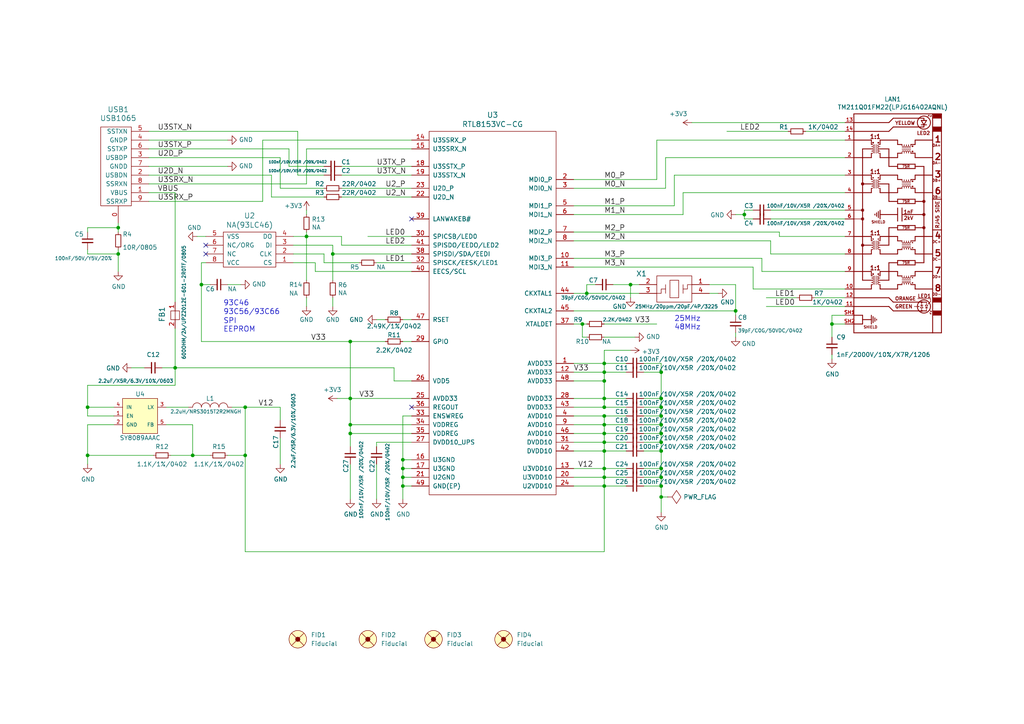
<source format=kicad_sch>
(kicad_sch (version 20250114) (generator "eeschema") (generator_version "9.0")
  (paper "A4")
  (title_block (title "USB-GIGABIT") (date "2024-07-08") (rev "E") (company "Olimex Ltd."))
  (lib_symbols
    (symbol "OLIMEX_Connectors:TM211Q01FM22" (pin_names (offset 1.016) (hide yes))
      (property "Reference" "LAN" (at -6.35 33.02 0))
      (property "Value" "TM211Q01FM22" (at 6.35 -34.29 0))
      (symbol "TM211Q01FM22_1_0"
        (text "1" (at -11.684 23.114 0) (effects (font (size 1.778 1.778) (bold yes))))
        (text "2" (at -11.684 18.034 0) (effects (font (size 1.778 1.778) (bold yes))))
        (text "3" (at -11.684 12.954 0) (effects (font (size 1.778 1.778) (bold yes))))
        (text "6" (at -11.684 8.128 0) (effects (font (size 1.778 1.778) (bold yes))))
        (text "4" (at -11.684 -4.826 0) (effects (font (size 1.778 1.778) (bold yes))))
        (text "5" (at -11.684 -9.906 0) (effects (font (size 1.778 1.778) (bold yes))))
        (text "7" (at -11.684 -14.986 0) (effects (font (size 1.778 1.778) (bold yes))))
        (text "8" (at -11.684 -20.066 0) (effects (font (size 1.778 1.778) (bold yes))))
        (text "RJ45 SIDE" (at -11.557 1.27 900) (effects (font (size 1.016 1.016) (bold yes))))
        (text "DA+" (at -11.303 21.336 0) (effects (font (size 0.762 0.762) (bold yes))))
        (text "DA-" (at -11.303 16.256 0) (effects (font (size 0.762 0.762) (bold yes))))
        (text "DB+" (at -11.303 11.176 0) (effects (font (size 0.762 0.762) (bold yes))))
        (text "DB-" (at -11.303 6.35 0) (effects (font (size 0.762 0.762) (bold yes))))
        (text "DC+" (at -11.303 -6.604 0) (effects (font (size 0.762 0.762) (bold yes))))
        (text "DC-" (at -11.303 -11.684 0) (effects (font (size 0.762 0.762) (bold yes))))
        (text "DD+" (at -11.303 -16.764 0) (effects (font (size 0.762 0.762) (bold yes))))
        (text "DD-" (at -11.303 -21.844 0) (effects (font (size 0.762 0.762) (bold yes))))
        (text "LED1" (at -7.747 -22.352 0) (effects (font (size 1.016 1.016) (bold yes))))
        (text "LED2" (at -7.493 24.892 0) (effects (font (size 1.016 1.016) (bold yes))))
        (text "1nF" (at -3.175 2.032 0) (effects (font (size 1.016 1.016) (bold yes))))
        (text "2kV" (at -3.175 0.254 0) (effects (font (size 1.016 1.016) (bold yes))))
        (text "75R" (at -2.413 15.24 0) (effects (font (size 0.762 0.762) (bold yes))))
        (text "75R" (at -2.413 5.08 0) (effects (font (size 0.762 0.762) (bold yes))))
        (text "75R" (at -2.413 -2.54 0) (effects (font (size 0.762 0.762) (bold yes))))
        (text "75R" (at -2.413 -12.7 0) (effects (font (size 0.762 0.762) (bold yes))))
        (text "ORANGE" (at -2.286 -23.114 0) (effects (font (size 1.016 1.016) (bold yes))))
        (text "YELLOW" (at -2.159 27.813 0) (effects (font (size 1.016 1.016) (bold yes))))
        (text "GREEN" (at -1.778 -25.4 0) (effects (font (size 1.016 1.016) (bold yes))))
        (text "SHIELD" (at 5.588 -0.889 0) (effects (font (size 0.762 0.762) (bold yes))))
        (text "1:1" (at 6.477 23.876 0) (effects (font (size 1.27 1.27) (bold yes))))
        (text "1:1" (at 6.477 13.716 0) (effects (font (size 1.27 1.27) (bold yes))))
        (text "1:1" (at 6.477 -4.064 0) (effects (font (size 1.27 1.27) (bold yes))))
        (text "1:1" (at 6.477 -14.224 0) (effects (font (size 1.27 1.27) (bold yes))))
        (text "SHIELD" (at 7.874 -31.369 0) (effects (font (size 0.762 0.762) (bold yes))))
      )
      (symbol "TM211Q01FM22_1_1"
        (pin input line (at 15.24 27.94 180) (length 2.54) (name "13") (number "13"))
        (pin input line (at 15.24 25.4 180) (length 2.54) (name "14") (number "14"))
        (pin input line (at 15.24 22.86 180) (length 2.54) (name "P1") (number "1"))
        (pin input line (at 15.24 17.78 180) (length 2.54) (name "P2") (number "2"))
        (pin input line (at 15.24 12.7 180) (length 2.54) (name "P3") (number "3"))
        (pin input line (at 15.24 7.62 180) (length 2.54) (name "P4") (number "4"))
        (pin input line (at 15.24 2.54 180) (length 2.54) (name "P5") (number "5"))
        (pin input line (at 15.24 0 180) (length 2.54) (name "P6") (number "6"))
        (pin input line (at 15.24 -5.08 180) (length 2.54) (name "P7") (number "7"))
        (pin input line (at 15.24 -10.16 180) (length 2.54) (name "P8") (number "8"))
        (pin input line (at 15.24 -15.24 180) (length 2.54) (name "P9") (number "9"))
        (pin input line (at 15.24 -20.32 180) (length 2.54) (name "P10") (number "10"))
        (pin input line (at 15.24 -22.86 180) (length 2.54) (name "12") (number "12"))
        (pin input line (at 15.24 -25.4 180) (length 2.54) (name "11") (number "11"))
        (pin input line (at 15.24 -27.94 180) (length 2.54) (name "SH1") (number "SH1"))
        (pin input line (at 15.24 -30.48 180) (length 2.54) (name "SH2") (number "SH2"))
      )
    )
    (symbol "OLIMEX_IC:RTL8153VCCG" (pin_names (offset 1.016))
      (property "Reference" "U" (at -2.54 58.42 0))
      (property "Value" "RTL8153VCCG" (at 0 -55.88 0))
      (symbol "RTL8153VCCG_1_1"
        (pin input line (at -24.13 50.8 0) (length 5.08) (name "U3SSRX_P") (number "14"))
        (pin input line (at -24.13 48.26 0) (length 5.08) (name "U3SSRX_N") (number "15"))
        (pin output line (at -24.13 43.18 0) (length 5.08) (name "U3SSTX_P") (number "18"))
        (pin output line (at -24.13 40.64 0) (length 5.08) (name "U3SSTX_N") (number "19"))
        (pin bidirectional line (at -24.13 36.83 0) (length 5.08) (name "U2D_P") (number "23"))
        (pin bidirectional line (at -24.13 34.29 0) (length 5.08) (name "U2D_N") (number "22"))
        (pin output line (at -24.13 27.94 0) (length 5.08) (name "LANWAKEB#") (number "39"))
        (pin output line (at -24.13 22.86 0) (length 5.08) (name "SPICSB/LED0") (number "30"))
        (pin input line (at -24.13 20.32 0) (length 5.08) (name "SPISDO/EEDO/LED2") (number "41"))
        (pin output line (at -24.13 17.78 0) (length 5.08) (name "SPISDI/SDA/EEDI") (number "38"))
        (pin output line (at -24.13 15.24 0) (length 5.08) (name "SPISCK/EESK/LED1") (number "32"))
        (pin output line (at -24.13 12.7 0) (length 5.08) (name "EECS/SCL") (number "40"))
        (pin passive line (at -24.13 -1.27 0) (length 5.08) (name "RSET") (number "47"))
        (pin bidirectional line (at -24.13 -7.62 0) (length 5.08) (name "GPIO") (number "29"))
        (pin power_in line (at -24.13 -19.05 0) (length 5.08) (name "VDD5") (number "26"))
        (pin power_out line (at -24.13 -24.13 0) (length 5.08) (name "AVDD33") (number "25"))
        (pin power_out line (at -24.13 -26.67 0) (length 5.08) (name "REGOUT") (number "36"))
        (pin input line (at -24.13 -29.21 0) (length 5.08) (name "ENSWREG") (number "33"))
        (pin power_in line (at -24.13 -31.75 0) (length 5.08) (name "VDDREG") (number "34"))
        (pin power_in line (at -24.13 -34.29 0) (length 5.08) (name "VDDREG") (number "35"))
        (pin power_out line (at -24.13 -36.83 0) (length 5.08) (name "DVDD10_UPS") (number "27"))
        (pin power_in line (at -24.13 -41.91 0) (length 5.08) (name "U3GND") (number "16"))
        (pin power_in line (at -24.13 -44.45 0) (length 5.08) (name "U3GND") (number "17"))
        (pin power_in line (at -24.13 -46.99 0) (length 5.08) (name "U2GND") (number "21"))
        (pin power_in line (at -24.13 -49.53 0) (length 5.08) (name "GND(EP)") (number "49"))
        (pin bidirectional line (at 22.86 39.37 180) (length 5.08) (name "MDI0_P") (number "2"))
        (pin bidirectional line (at 22.86 36.83 180) (length 5.08) (name "MDI0_N") (number "3"))
        (pin bidirectional line (at 22.86 31.75 180) (length 5.08) (name "MDI1_P") (number "5"))
        (pin bidirectional line (at 22.86 29.21 180) (length 5.08) (name "MDI1_N") (number "6"))
        (pin bidirectional line (at 22.86 24.13 180) (length 5.08) (name "MDI2_P") (number "7"))
        (pin bidirectional line (at 22.86 21.59 180) (length 5.08) (name "MDI2_N") (number "8"))
        (pin bidirectional line (at 22.86 16.51 180) (length 5.08) (name "MDI3_P") (number "10"))
        (pin bidirectional line (at 22.86 13.97 180) (length 5.08) (name "MDI3_N") (number "11"))
        (pin input line (at 22.86 6.35 180) (length 5.08) (name "CKXTAL1") (number "44"))
        (pin bidirectional line (at 22.86 1.27 180) (length 5.08) (name "CKXTAL2") (number "45"))
        (pin input line (at 22.86 -2.54 180) (length 5.08) (name "XTALDET") (number "37"))
        (pin power_in line (at 22.86 -13.97 180) (length 5.08) (name "AVDD33") (number "1"))
        (pin power_in line (at 22.86 -16.51 180) (length 5.08) (name "AVDD33") (number "12"))
        (pin power_in line (at 22.86 -19.05 180) (length 5.08) (name "AVDD33") (number "48"))
        (pin power_in line (at 22.86 -24.13 180) (length 5.08) (name "DVDD33") (number "28"))
        (pin power_in line (at 22.86 -26.67 180) (length 5.08) (name "DVDD33") (number "43"))
        (pin power_in line (at 22.86 -29.21 180) (length 5.08) (name "AVDD10") (number "4"))
        (pin power_in line (at 22.86 -31.75 180) (length 5.08) (name "AVDD10") (number "9"))
        (pin power_in line (at 22.86 -34.29 180) (length 5.08) (name "AVDD10") (number "46"))
        (pin power_in line (at 22.86 -36.83 180) (length 5.08) (name "DVDD10") (number "31"))
        (pin power_in line (at 22.86 -39.37 180) (length 5.08) (name "DVDD10") (number "42"))
        (pin power_in line (at 22.86 -44.45 180) (length 5.08) (name "U3VDD10") (number "13"))
        (pin power_in line (at 22.86 -46.99 180) (length 5.08) (name "U3VDD10") (number "20"))
        (pin power_in line (at 22.86 -49.53 180) (length 5.08) (name "U2VDD10") (number "24"))
      )
    )
    (symbol "OLIMEX_OTHER:Fiducial" (pin_numbers (hide yes)) (pin_names (offset 0) (hide yes))
      (property "Reference" "FID" (at -1.905 3.175 0))
      (property "Value" "Fiducial" (at -3.81 -4.445 0))
      (symbol "Fiducial_1_1"
        (pin no_connect line (at 0 0 90) (length 0) (name "FID*") (number "Fid1"))
      )
    )
    (symbol "OLIMEX_Power:GND" (power) (pin_names (offset 0))
      (property "Value" "GND" (at 0 -3.81 0))
      (symbol "GND_1_1"
        (pin power_in line (at 0 0 270) (length 0) (hide yes) (name "GND") (number "1"))
      )
    )
    (symbol "OLIMEX_Power:PWR_FLAG" (power) (pin_numbers (hide yes)) (pin_names (offset 0) (hide yes))
      (property "Value" "PWR_FLAG" (at 0 4.572 0))
      (symbol "PWR_FLAG_0_0"
        (pin power_out line (at 0 0 90) (length 0) (name "pwr") (number "1"))
      )
    )
    (symbol "OLIMEX_RCL:C_Small" (pin_numbers (hide yes)) (pin_names (offset 0.254) (hide yes))
      (property "Reference" "C" (at 0.254 1.778 0))
      (property "Value" "C_Small" (at 0.254 -2.032 0))
      (symbol "C_Small_1_1"
        (pin passive line (at 0 2.54 270) (length 1.905) (name "~") (number "1"))
        (pin passive line (at 0 -2.54 90) (length 2.032) (name "~") (number "2"))
      )
    )
    (symbol "OLIMEX_RCL:INDUCTOR_SMALL" (pin_numbers (hide yes)) (pin_names (offset 0) (hide yes))
      (property "Reference" "L" (at 0 2.54 0))
      (property "Value" "INDUCTOR_SMALL" (at 0 -1.27 0))
      (symbol "INDUCTOR_SMALL_1_1"
        (pin input line (at -6.35 0 0) (length 1.27) (name "1") (number "1"))
        (pin input line (at 6.35 0 180) (length 1.27) (name "2") (number "2"))
      )
    )
    (symbol "OLIMEX_RCL:R_Small" (pin_numbers (hide yes)) (pin_names (offset 0.254) (hide yes))
      (property "Reference" "R" (at 0.762 0.508 0))
      (property "Value" "R_Small" (at 0.762 -1.016 0))
      (symbol "R_Small_1_1"
        (pin passive line (at 0 2.54 270) (length 0.762) (name "~") (number "1"))
        (pin passive line (at 0 -2.54 90) (length 0.762) (name "~") (number "2"))
      )
    )
    (symbol "USB-GIGABIT_Rev_D-rescue:+3.3V-OLIMEX_Power" (power) (pin_names (offset 0))
      (property "Value" "+3.3V-OLIMEX_Power" (at 0 3.556 0))
      (symbol "+3.3V-OLIMEX_Power_1_1"
        (pin power_in line (at 0 0 90) (length 0) (hide yes) (name "+3V3") (number "1"))
      )
    )
    (symbol "USB-GIGABIT_Rev_D-rescue:93LC46-lz1ddd" (pin_names (offset 1.016))
      (property "Reference" "U" (at -1.27 6.35 0))
      (property "Value" "lz1ddd_93LC46" (at -1.27 -6.35 0))
      (symbol "93LC46-lz1ddd_1_1"
        (pin input line (at -12.7 3.81 0) (length 5.08) (name "CS") (number "1"))
        (pin input line (at -12.7 1.27 0) (length 5.08) (name "CLK") (number "2"))
        (pin input line (at -12.7 -1.27 0) (length 5.08) (name "DI") (number "3"))
        (pin output line (at -12.7 -3.81 0) (length 5.08) (name "DO") (number "4"))
        (pin power_in line (at 12.7 3.81 180) (length 5.08) (name "VCC") (number "8"))
        (pin input line (at 12.7 1.27 180) (length 5.08) (name "NC") (number "7"))
        (pin input line (at 12.7 -1.27 180) (length 5.08) (name "NC/ORG") (number "6"))
        (pin power_in line (at 12.7 -3.81 180) (length 5.08) (name "VSS") (number "5"))
      )
    )
    (symbol "USB-GIGABIT_Rev_D-rescue:CRYSTAL_4P-lz1ddd" (pin_names (offset 1.016))
      (property "Reference" "X" (at 0 6.35 0))
      (property "Value" "lz1ddd_CRYSTAL_4P" (at 0 -5.08 0))
      (symbol "CRYSTAL_4P-lz1ddd_1_1"
        (pin passive line (at -10.16 1.27 0) (length 5.08) (name "~") (number "4"))
        (pin input line (at -10.16 -1.27 0) (length 5.08) (name "~") (number "1"))
        (pin bidirectional line (at 10.16 1.27 180) (length 5.08) (name "~") (number "3"))
        (pin passive line (at 10.16 -1.27 180) (length 5.08) (name "~") (number "2"))
      )
    )
    (symbol "USB-GIGABIT_Rev_D-rescue:FB0805-lz1ddd" (pin_names (offset 1.016))
      (property "Reference" "FB" (at 0 2.54 0))
      (property "Value" "lz1ddd_FB0805" (at 0 -2.54 0))
      (symbol "FB0805-lz1ddd_1_1"
        (pin power_in line (at -3.81 0 0) (length 2.54) (name "~") (number "1"))
        (pin power_out line (at 3.81 0 180) (length 2.54) (name "~") (number "2"))
      )
    )
    (symbol "USB-GIGABIT_Rev_D-rescue:SY8009AAAC(SOT23-5)-OLIMEX_IC" (pin_names (offset 1.016))
      (property "Reference" "U" (at -3.81 6.35 0))
      (property "Value" "OLIMEX_IC_SY8009AAAC(SOT23-5)" (at -10.16 -7.62 0))
      (symbol "SY8009AAAC(SOT23-5)-OLIMEX_IC_1_1"
        (pin input line (at -7.62 2.54 0) (length 2.54) (name "IN") (number "4"))
        (pin input line (at -7.62 0 0) (length 2.54) (name "EN") (number "1"))
        (pin power_in line (at -7.62 -2.54 0) (length 2.54) (name "GND") (number "2"))
        (pin output line (at 7.62 2.54 180) (length 2.54) (name "LX") (number "3"))
        (pin input line (at 7.62 -2.54 180) (length 2.54) (name "FB") (number "5"))
      )
    )
    (symbol "USB-GIGABIT_Rev_D-rescue:USBA30MALE-OLIMEX_Connectors" (pin_names (offset 1.016))
      (property "Reference" "U" (at -1.27 17.78 0))
      (property "Value" "OLIMEX_Connectors_USBA30MALE" (at 0 15.24 0))
      (symbol "USBA30MALE-OLIMEX_Connectors_1_1"
        (pin bidirectional line (at 0 -13.97 90) (length 5.08) (name "~") (number "0"))
        (pin bidirectional line (at 8.89 12.7 180) (length 5.08) (name "SSTXN") (number "5"))
        (pin power_in line (at 8.89 10.16 180) (length 5.08) (name "GNDP") (number "4"))
        (pin bidirectional line (at 8.89 7.62 180) (length 5.08) (name "SSTXP") (number "6"))
        (pin bidirectional line (at 8.89 5.08 180) (length 5.08) (name "USBDP") (number "3"))
        (pin power_in line (at 8.89 2.54 180) (length 5.08) (name "GNDD") (number "7"))
        (pin bidirectional line (at 8.89 0 180) (length 5.08) (name "USBDN") (number "2"))
        (pin bidirectional line (at 8.89 -2.54 180) (length 5.08) (name "SSRXN") (number "8"))
        (pin power_out line (at 8.89 -5.08 180) (length 5.08) (name "VBUS") (number "1"))
        (pin bidirectional line (at 8.89 -7.62 180) (length 5.08) (name "SSRXP") (number "9"))
      )
    )
  )
  (text "93C56/93C66" (at 64.77 91.44 0) (effects (font (size 1.524 1.524)) (justify left bottom)))
  (text "25MHz\n48MHz" (at 195.58 95.885 0) (effects (font (size 1.524 1.524)) (justify left bottom)))
  (text "SPI\nEEPROM" (at 64.77 96.52 0) (effects (font (size 1.524 1.524)) (justify left bottom)))
  (text "93C46" (at 64.77 88.9 0) (effects (font (size 1.524 1.524)) (justify left bottom)))
  (junction (at 116.84 135.89))
  (junction (at 182.88 82.55))
  (junction (at 191.77 118.11))
  (junction (at 191.77 144.145))
  (junction (at 213.36 90.17))
  (junction (at 25.4 118.11))
  (junction (at 88.9 68.58))
  (junction (at 175.26 140.97))
  (junction (at 191.77 123.19))
  (junction (at 168.91 93.98))
  (junction (at 175.26 128.27))
  (junction (at 175.26 123.19))
  (junction (at 191.77 115.57))
  (junction (at 191.77 130.81))
  (junction (at 25.4 132.08))
  (junction (at 116.84 138.43))
  (junction (at 241.3 93.98))
  (junction (at 191.77 120.65))
  (junction (at 191.77 135.89))
  (junction (at 175.26 135.89))
  (junction (at 191.77 125.73))
  (junction (at 175.26 125.73))
  (junction (at 175.26 138.43))
  (junction (at 175.26 120.65))
  (junction (at 55.88 132.08))
  (junction (at 58.42 82.55))
  (junction (at 50.8 106.68))
  (junction (at 175.26 130.81))
  (junction (at 101.6 99.06))
  (junction (at 34.29 73.66))
  (junction (at 191.77 138.43))
  (junction (at 175.26 107.95))
  (junction (at 170.18 85.09))
  (junction (at 116.84 133.35))
  (junction (at 101.6 115.57))
  (junction (at 71.12 132.08))
  (junction (at 191.77 128.27))
  (junction (at 101.6 123.19))
  (junction (at 116.84 140.97))
  (junction (at 96.52 73.66))
  (junction (at 191.77 107.95))
  (junction (at 175.26 110.49))
  (junction (at 34.29 66.04))
  (junction (at 175.26 105.41))
  (junction (at 191.77 140.97))
  (junction (at 71.12 118.11))
  (junction (at 175.26 118.11))
  (junction (at 101.6 125.73))
  (junction (at 175.26 115.57))
  (junction (at 215.9 62.23))
  (no_connect (at 119.38 118.11))
  (no_connect (at 119.38 63.5))
  (no_connect (at 59.69 73.66))
  (no_connect (at 59.69 71.12))
  (wire (pts (xy 166.37 128.27) (xy 175.26 128.27)))
  (wire (pts (xy 215.9 60.96) (xy 218.44 60.96)))
  (wire (pts (xy 88.9 67.31) (xy 88.9 68.58)))
  (wire (pts (xy 191.77 144.145) (xy 193.675 144.145)))
  (wire (pts (xy 191.77 125.73) (xy 191.77 128.27)))
  (wire (pts (xy 109.22 134.62) (xy 109.22 144.78)))
  (wire (pts (xy 59.69 76.2) (xy 58.42 76.2)))
  (wire (pts (xy 34.29 73.66) (xy 34.29 72.39)))
  (wire (pts (xy 25.4 111.76) (xy 50.8 111.76)))
  (wire (pts (xy 186.69 105.41) (xy 191.77 105.41)))
  (wire (pts (xy 166.37 105.41) (xy 175.26 105.41)))
  (wire (pts (xy 88.9 62.23) (xy 88.9 60.96)))
  (wire (pts (xy 175.26 101.6) (xy 175.26 105.41)))
  (wire (pts (xy 166.37 107.95) (xy 175.26 107.95)))
  (wire (pts (xy 60.96 82.55) (xy 58.42 82.55)))
  (wire (pts (xy 245.11 73.66) (xy 223.52 73.66)))
  (wire (pts (xy 193.04 45.72) (xy 193.04 54.61)))
  (wire (pts (xy 245.11 55.88) (xy 198.12 55.88)))
  (wire (pts (xy 88.9 43.18) (xy 88.9 53.34)))
  (wire (pts (xy 198.12 62.23) (xy 166.37 62.23)))
  (wire (pts (xy 182.88 101.6) (xy 175.26 101.6)))
  (wire (pts (xy 101.6 115.57) (xy 119.38 115.57)))
  (wire (pts (xy 43.18 55.88) (xy 50.8 55.88)))
  (wire (pts (xy 191.77 120.65) (xy 191.77 123.19)))
  (wire (pts (xy 58.42 76.2) (xy 58.42 82.55)))
  (wire (pts (xy 175.26 130.81) (xy 181.61 130.81)))
  (wire (pts (xy 88.9 43.18) (xy 119.38 43.18)))
  (wire (pts (xy 175.26 140.97) (xy 181.61 140.97)))
  (wire (pts (xy 213.36 90.17) (xy 166.37 90.17)))
  (wire (pts (xy 175.26 93.98) (xy 190.5 93.98)))
  (wire (pts (xy 191.77 130.81) (xy 186.69 130.81)))
  (wire (pts (xy 166.37 85.09) (xy 170.18 85.09)))
  (wire (pts (xy 101.6 123.19) (xy 119.38 123.19)))
  (wire (pts (xy 166.37 52.07) (xy 190.5 52.07)))
  (wire (pts (xy 99.06 71.12) (xy 99.06 68.58)))
  (wire (pts (xy 119.38 57.15) (xy 99.06 57.15)))
  (wire (pts (xy 205.74 82.55) (xy 213.36 82.55)))
  (wire (pts (xy 55.88 132.08) (xy 49.53 132.08)))
  (wire (pts (xy 215.9 60.96) (xy 215.9 62.23)))
  (wire (pts (xy 168.91 97.79) (xy 168.91 93.98)))
  (wire (pts (xy 34.29 73.66) (xy 34.29 78.74)))
  (wire (pts (xy 34.29 66.04) (xy 34.29 67.31)))
  (wire (pts (xy 175.26 123.19) (xy 175.26 125.73)))
  (wire (pts (xy 50.8 106.68) (xy 114.3 106.68)))
  (wire (pts (xy 175.26 130.81) (xy 175.26 135.89)))
  (wire (pts (xy 166.37 140.97) (xy 175.26 140.97)))
  (wire (pts (xy 191.77 135.89) (xy 191.77 138.43)))
  (wire (pts (xy 71.12 118.11) (xy 81.28 118.11)))
  (wire (pts (xy 85.09 71.12) (xy 96.52 71.12)))
  (wire (pts (xy 218.44 77.47) (xy 166.37 77.47)))
  (wire (pts (xy 119.38 138.43) (xy 116.84 138.43)))
  (wire (pts (xy 166.37 115.57) (xy 175.26 115.57)))
  (wire (pts (xy 25.4 66.04) (xy 25.4 67.31)))
  (wire (pts (xy 109.22 129.54) (xy 109.22 128.27)))
  (wire (pts (xy 245.11 93.98) (xy 241.3 93.98)))
  (wire (pts (xy 166.37 130.81) (xy 175.26 130.81)))
  (wire (pts (xy 220.98 78.74) (xy 245.11 78.74)))
  (wire (pts (xy 175.26 115.57) (xy 175.26 118.11)))
  (wire (pts (xy 245.11 38.1) (xy 233.68 38.1)))
  (wire (pts (xy 116.84 120.65) (xy 116.84 133.35)))
  (wire (pts (xy 88.9 53.34) (xy 43.18 53.34)))
  (wire (pts (xy 119.38 68.58) (xy 106.68 68.58)))
  (wire (pts (xy 50.8 106.68) (xy 50.8 95.25)))
  (wire (pts (xy 191.77 107.95) (xy 191.77 115.57)))
  (wire (pts (xy 166.37 67.31) (xy 226.06 67.31)))
  (wire (pts (xy 166.37 135.89) (xy 175.26 135.89)))
  (wire (pts (xy 241.3 102.87) (xy 241.3 104.14)))
  (wire (pts (xy 116.84 133.35) (xy 119.38 133.35)))
  (wire (pts (xy 210.82 38.1) (xy 228.6 38.1)))
  (wire (pts (xy 191.77 140.97) (xy 191.77 144.145)))
  (wire (pts (xy 50.8 111.76) (xy 50.8 106.68)))
  (wire (pts (xy 43.18 45.72) (xy 81.28 45.72)))
  (wire (pts (xy 175.26 120.65) (xy 175.26 123.19)))
  (wire (pts (xy 96.52 73.66) (xy 96.52 81.28)))
  (wire (pts (xy 245.11 63.5) (xy 223.52 63.5)))
  (wire (pts (xy 170.18 82.55) (xy 170.18 85.09)))
  (wire (pts (xy 25.4 73.66) (xy 34.29 73.66)))
  (wire (pts (xy 245.11 88.9) (xy 222.25 88.9)))
  (wire (pts (xy 66.04 132.08) (xy 71.12 132.08)))
  (wire (pts (xy 76.2 58.42) (xy 43.18 58.42)))
  (wire (pts (xy 218.44 83.82) (xy 218.44 77.47)))
  (wire (pts (xy 241.3 93.98) (xy 241.3 97.79)))
  (wire (pts (xy 81.28 134.62) (xy 81.28 127)))
  (wire (pts (xy 86.36 38.1) (xy 43.18 38.1)))
  (wire (pts (xy 67.31 118.11) (xy 71.12 118.11)))
  (wire (pts (xy 166.37 125.73) (xy 175.26 125.73)))
  (wire (pts (xy 60.96 132.08) (xy 55.88 132.08)))
  (wire (pts (xy 195.58 50.8) (xy 245.11 50.8)))
  (wire (pts (xy 101.6 99.06) (xy 111.76 99.06)))
  (wire (pts (xy 186.69 138.43) (xy 191.77 138.43)))
  (wire (pts (xy 119.38 50.8) (xy 99.06 50.8)))
  (wire (pts (xy 191.77 128.27) (xy 186.69 128.27)))
  (wire (pts (xy 191.77 123.19) (xy 186.69 123.19)))
  (wire (pts (xy 220.98 74.93) (xy 220.98 78.74)))
  (wire (pts (xy 34.29 64.77) (xy 34.29 66.04)))
  (wire (pts (xy 34.29 66.04) (xy 25.4 66.04)))
  (wire (pts (xy 116.84 140.97) (xy 116.84 144.78)))
  (wire (pts (xy 101.6 115.57) (xy 101.6 123.19)))
  (wire (pts (xy 166.37 123.19) (xy 175.26 123.19)))
  (wire (pts (xy 168.91 93.98) (xy 170.18 93.98)))
  (wire (pts (xy 175.26 110.49) (xy 175.26 115.57)))
  (wire (pts (xy 96.52 88.9) (xy 96.52 86.36)))
  (wire (pts (xy 99.06 68.58) (xy 88.9 68.58)))
  (wire (pts (xy 99.06 54.61) (xy 119.38 54.61)))
  (wire (pts (xy 86.36 50.8) (xy 93.98 50.8)))
  (wire (pts (xy 116.84 133.35) (xy 116.84 135.89)))
  (wire (pts (xy 175.26 138.43) (xy 175.26 140.97)))
  (wire (pts (xy 215.9 62.23) (xy 215.9 63.5)))
  (wire (pts (xy 213.36 96.52) (xy 213.36 97.79)))
  (wire (pts (xy 58.42 99.06) (xy 101.6 99.06)))
  (wire (pts (xy 175.26 107.95) (xy 181.61 107.95)))
  (wire (pts (xy 175.26 107.95) (xy 175.26 110.49)))
  (wire (pts (xy 191.77 138.43) (xy 191.77 140.97)))
  (wire (pts (xy 177.8 82.55) (xy 182.88 82.55)))
  (wire (pts (xy 241.3 91.44) (xy 241.3 93.98)))
  (wire (pts (xy 191.77 125.73) (xy 186.69 125.73)))
  (wire (pts (xy 43.18 40.64) (xy 66.04 40.64)))
  (wire (pts (xy 175.26 123.19) (xy 181.61 123.19)))
  (wire (pts (xy 245.11 91.44) (xy 241.3 91.44)))
  (wire (pts (xy 213.36 90.17) (xy 213.36 91.44)))
  (wire (pts (xy 43.18 48.26) (xy 66.04 48.26)))
  (wire (pts (xy 182.88 82.55) (xy 182.88 86.36)))
  (wire (pts (xy 33.02 118.11) (xy 25.4 118.11)))
  (wire (pts (xy 83.82 48.26) (xy 93.98 48.26)))
  (wire (pts (xy 58.42 82.55) (xy 58.42 99.06)))
  (wire (pts (xy 198.12 55.88) (xy 198.12 62.23)))
  (wire (pts (xy 182.88 82.55) (xy 185.42 82.55)))
  (wire (pts (xy 25.4 118.11) (xy 25.4 111.76)))
  (wire (pts (xy 175.26 105.41) (xy 181.61 105.41)))
  (wire (pts (xy 93.98 76.2) (xy 93.98 73.66)))
  (wire (pts (xy 41.91 106.68) (xy 38.1 106.68)))
  (wire (pts (xy 66.04 82.55) (xy 69.85 82.55)))
  (wire (pts (xy 166.37 59.69) (xy 195.58 59.69)))
  (wire (pts (xy 213.36 82.55) (xy 213.36 90.17)))
  (wire (pts (xy 93.98 57.15) (xy 78.74 57.15)))
  (wire (pts (xy 166.37 120.65) (xy 175.26 120.65)))
  (wire (pts (xy 170.18 97.79) (xy 168.91 97.79)))
  (wire (pts (xy 33.02 123.19) (xy 25.4 123.19)))
  (wire (pts (xy 166.37 93.98) (xy 168.91 93.98)))
  (wire (pts (xy 226.06 67.31) (xy 226.06 68.58)))
  (wire (pts (xy 175.26 128.27) (xy 175.26 130.81)))
  (wire (pts (xy 48.26 123.19) (xy 55.88 123.19)))
  (wire (pts (xy 166.37 74.93) (xy 220.98 74.93)))
  (wire (pts (xy 175.26 138.43) (xy 181.61 138.43)))
  (wire (pts (xy 205.74 85.09) (xy 208.28 85.09)))
  (wire (pts (xy 119.38 125.73) (xy 101.6 125.73)))
  (wire (pts (xy 166.37 138.43) (xy 175.26 138.43)))
  (wire (pts (xy 119.38 135.89) (xy 116.84 135.89)))
  (wire (pts (xy 166.37 118.11) (xy 175.26 118.11)))
  (wire (pts (xy 46.99 106.68) (xy 50.8 106.68)))
  (wire (pts (xy 50.8 55.88) (xy 50.8 87.63)))
  (wire (pts (xy 191.77 118.11) (xy 191.77 120.65)))
  (wire (pts (xy 59.69 68.58) (xy 57.15 68.58)))
  (wire (pts (xy 88.9 88.9) (xy 88.9 86.36)))
  (wire (pts (xy 25.4 120.65) (xy 33.02 120.65)))
  (wire (pts (xy 191.77 144.145) (xy 191.77 148.59)))
  (wire (pts (xy 119.38 71.12) (xy 99.06 71.12)))
  (wire (pts (xy 175.26 135.89) (xy 181.61 135.89)))
  (wire (pts (xy 170.18 85.09) (xy 185.42 85.09)))
  (wire (pts (xy 114.3 110.49) (xy 119.38 110.49)))
  (wire (pts (xy 195.58 59.69) (xy 195.58 50.8)))
  (wire (pts (xy 223.52 73.66) (xy 223.52 69.85)))
  (wire (pts (xy 223.52 60.96) (xy 245.11 60.96)))
  (wire (pts (xy 245.11 83.82) (xy 218.44 83.82)))
  (wire (pts (xy 25.4 118.11) (xy 25.4 120.65)))
  (wire (pts (xy 71.12 132.08) (xy 71.12 118.11)))
  (wire (pts (xy 54.61 118.11) (xy 48.26 118.11)))
  (wire (pts (xy 245.11 45.72) (xy 193.04 45.72)))
  (wire (pts (xy 116.84 92.71) (xy 119.38 92.71)))
  (wire (pts (xy 175.26 128.27) (xy 181.61 128.27)))
  (wire (pts (xy 78.74 50.8) (xy 43.18 50.8)))
  (wire (pts (xy 93.98 73.66) (xy 85.09 73.66)))
  (wire (pts (xy 88.9 68.58) (xy 85.09 68.58)))
  (wire (pts (xy 111.76 92.71) (xy 109.22 92.71)))
  (wire (pts (xy 116.84 135.89) (xy 116.84 138.43)))
  (wire (pts (xy 119.38 120.65) (xy 116.84 120.65)))
  (wire (pts (xy 175.26 160.02) (xy 71.12 160.02)))
  (wire (pts (xy 88.9 68.58) (xy 88.9 81.28)))
  (wire (pts (xy 191.77 123.19) (xy 191.77 125.73)))
  (wire (pts (xy 175.26 125.73) (xy 181.61 125.73)))
  (wire (pts (xy 119.38 73.66) (xy 96.52 73.66)))
  (wire (pts (xy 191.77 140.97) (xy 186.69 140.97)))
  (wire (pts (xy 191.77 115.57) (xy 186.69 115.57)))
  (wire (pts (xy 43.18 43.18) (xy 83.82 43.18)))
  (wire (pts (xy 191.77 130.81) (xy 191.77 135.89)))
  (wire (pts (xy 91.44 76.2) (xy 85.09 76.2)))
  (wire (pts (xy 81.28 54.61) (xy 93.98 54.61)))
  (wire (pts (xy 25.4 132.08) (xy 44.45 132.08)))
  (wire (pts (xy 175.26 105.41) (xy 175.26 107.95)))
  (wire (pts (xy 191.77 105.41) (xy 191.77 107.95)))
  (wire (pts (xy 116.84 138.43) (xy 116.84 140.97)))
  (wire (pts (xy 99.06 48.26) (xy 119.38 48.26)))
  (wire (pts (xy 236.22 86.36) (xy 245.11 86.36)))
  (wire (pts (xy 175.26 120.65) (xy 181.61 120.65)))
  (wire (pts (xy 114.3 106.68) (xy 114.3 110.49)))
  (wire (pts (xy 93.98 76.2) (xy 104.14 76.2)))
  (wire (pts (xy 83.82 43.18) (xy 83.82 48.26)))
  (wire (pts (xy 215.9 62.23) (xy 213.36 62.23)))
  (wire (pts (xy 193.04 54.61) (xy 166.37 54.61)))
  (wire (pts (xy 175.26 140.97) (xy 175.26 160.02)))
  (wire (pts (xy 25.4 73.66) (xy 25.4 72.39)))
  (wire (pts (xy 175.26 135.89) (xy 175.26 138.43)))
  (wire (pts (xy 200.66 35.56) (xy 245.11 35.56)))
  (wire (pts (xy 191.77 115.57) (xy 191.77 118.11)))
  (wire (pts (xy 101.6 125.73) (xy 101.6 123.19)))
  (wire (pts (xy 101.6 125.73) (xy 101.6 129.54)))
  (wire (pts (xy 25.4 123.19) (xy 25.4 132.08)))
  (wire (pts (xy 175.26 125.73) (xy 175.26 128.27)))
  (wire (pts (xy 190.5 40.64) (xy 245.11 40.64)))
  (wire (pts (xy 186.69 107.95) (xy 191.77 107.95)))
  (wire (pts (xy 175.26 97.79) (xy 184.15 97.79)))
  (wire (pts (xy 191.77 128.27) (xy 191.77 130.81)))
  (wire (pts (xy 109.22 128.27) (xy 119.38 128.27)))
  (wire (pts (xy 91.44 78.74) (xy 91.44 76.2)))
  (wire (pts (xy 223.52 69.85) (xy 166.37 69.85)))
  (wire (pts (xy 109.22 76.2) (xy 119.38 76.2)))
  (wire (pts (xy 190.5 52.07) (xy 190.5 40.64)))
  (wire (pts (xy 172.72 82.55) (xy 170.18 82.55)))
  (wire (pts (xy 81.28 45.72) (xy 81.28 54.61)))
  (wire (pts (xy 222.25 86.36) (xy 231.14 86.36)))
  (wire (pts (xy 215.9 63.5) (xy 218.44 63.5)))
  (wire (pts (xy 116.84 99.06) (xy 119.38 99.06)))
  (wire (pts (xy 81.28 121.92) (xy 81.28 118.11)))
  (wire (pts (xy 78.74 57.15) (xy 78.74 50.8)))
  (wire (pts (xy 191.77 135.89) (xy 186.69 135.89)))
  (wire (pts (xy 191.77 118.11) (xy 186.69 118.11)))
  (wire (pts (xy 97.79 115.57) (xy 101.6 115.57)))
  (wire (pts (xy 175.26 118.11) (xy 181.61 118.11)))
  (wire (pts (xy 175.26 115.57) (xy 181.61 115.57)))
  (wire (pts (xy 166.37 110.49) (xy 175.26 110.49)))
  (wire (pts (xy 71.12 160.02) (xy 71.12 132.08)))
  (wire (pts (xy 55.88 123.19) (xy 55.88 132.08)))
  (wire (pts (xy 191.77 120.65) (xy 186.69 120.65)))
  (wire (pts (xy 96.52 71.12) (xy 96.52 73.66)))
  (wire (pts (xy 25.4 132.08) (xy 25.4 134.62)))
  (wire (pts (xy 101.6 134.62) (xy 101.6 144.78)))
  (wire (pts (xy 119.38 140.97) (xy 116.84 140.97)))
  (wire (pts (xy 76.2 40.64) (xy 76.2 58.42)))
  (wire (pts (xy 86.36 50.8) (xy 86.36 38.1)))
  (wire (pts (xy 101.6 99.06) (xy 101.6 115.57)))
  (wire (pts (xy 119.38 78.74) (xy 91.44 78.74)))
  (wire (pts (xy 226.06 68.58) (xy 245.11 68.58)))
  (wire (pts (xy 119.38 40.64) (xy 76.2 40.64)))
  (label "U2_P" (at 111.76 54.61 0) (effects (font (size 1.524 1.524))))
  (label "LED1" (at 224.79 86.36 0) (effects (font (size 1.524 1.524))))
  (label "U3TX_P" (at 109.22 48.26 0) (effects (font (size 1.524 1.524))))
  (label "LED2" (at 111.76 71.12 0) (effects (font (size 1.524 1.524))))
  (label "V12" (at 74.93 118.11 0) (effects (font (size 1.524 1.524))))
  (label "M0_N" (at 175.26 54.61 0) (effects (font (size 1.524 1.524))))
  (label "U3TX_N" (at 109.22 50.8 0) (effects (font (size 1.524 1.524))))
  (label "U3SRX_P" (at 45.72 58.42 0) (effects (font (size 1.524 1.524))))
  (label "LED0" (at 224.79 88.9 0) (effects (font (size 1.524 1.524))))
  (label "V33" (at 104.14 115.57 0) (effects (font (size 1.524 1.524))))
  (label "M2_N" (at 175.26 69.85 0) (effects (font (size 1.524 1.524))))
  (label "U3STX_N" (at 45.72 38.1 0) (effects (font (size 1.524 1.524))))
  (label "LED0" (at 111.76 68.58 0) (effects (font (size 1.524 1.524))))
  (label "V33" (at 166.37 107.95 0) (effects (font (size 1.524 1.524))))
  (label "V33" (at 184.15 93.98 0) (effects (font (size 1.524 1.524))))
  (label "M3_P" (at 175.26 74.93 0) (effects (font (size 1.524 1.524))))
  (label "V33" (at 90.17 99.06 0) (effects (font (size 1.524 1.524))))
  (label "U2_N" (at 111.76 57.15 0) (effects (font (size 1.524 1.524))))
  (label "U3SRX_N" (at 45.72 53.34 0) (effects (font (size 1.524 1.524))))
  (label "LED1" (at 111.76 76.2 0) (effects (font (size 1.524 1.524))))
  (label "U3STX_P" (at 45.72 43.18 0) (effects (font (size 1.524 1.524))))
  (label "M0_P" (at 175.26 52.07 0) (effects (font (size 1.524 1.524))))
  (label "M3_N" (at 175.26 77.47 0) (effects (font (size 1.524 1.524))))
  (label "U2D_N" (at 45.72 50.8 0) (effects (font (size 1.524 1.524))))
  (label "VBUS" (at 45.72 55.88 0) (effects (font (size 1.524 1.524))))
  (label "V12" (at 167.64 135.89 0) (effects (font (size 1.524 1.524))))
  (label "M1_P" (at 175.26 59.69 0) (effects (font (size 1.524 1.524))))
  (label "LED2" (at 214.63 38.1 0) (effects (font (size 1.524 1.524))))
  (label "M2_P" (at 175.26 67.31 0) (effects (font (size 1.524 1.524))))
  (label "U2D_P" (at 45.72 45.72 0) (effects (font (size 1.524 1.524))))
  (label "M1_N" (at 175.26 62.23 0) (effects (font (size 1.524 1.524))))
  (symbol (lib_id "OLIMEX_IC:RTL8153VCCG") (at 143.51 91.44 0) (unit 1)
    (property "Reference" "U3" (at 142.875 33.3502 0) (effects (font (size 1.524 1.524))))
    (property "Value" "RTL8153VC-CG" (at 142.875 36.0426 0) (effects (font (size 1.524 1.524))))
    (property "Footprint" "OLIMEX_IC-FP:QFN48-6x6mm-OLIMEX_V2" (effects (hide yes)))
  )
  (symbol (lib_id "OLIMEX_Connectors:TM211Q01FM22") (at 260.35 63.5 0) (mirror y) (unit 1)
    (property "Reference" "LAN1" (at 258.9276 28.7782 0))
    (property "Value" "TM211Q01FM22(LPJG16402AQNL)" (at 258.9276 31.0896 0))
    (property "Footprint" "OLIMEX_Connectors-FP:TM211Q01FM22" (effects (hide yes)))
  )
  (symbol (lib_id "OLIMEX_RCL:C_Small") (at 241.3 100.33 0) (unit 1)
    (property "Reference" "C9" (at 242.57 97.79 0) (effects (justify left)))
    (property "Value" "1nF/2000V/10%/X7R/1206" (at 242.57 102.87 0) (effects (justify left)))
    (property "Footprint" "OLIMEX_RLC-FP:C_1206_5MIL_DWS_ISO" (effects (hide yes)))
  )
  (symbol (lib_id "OLIMEX_Power:GND") (at 241.3 104.14 0) (unit 1)
    (property "Reference" "#PWR01" (effects (hide yes)))
    (property "Value" "GND" (at 241.427 108.5342 0))
  )
  (symbol (lib_id "OLIMEX_RCL:C_Small") (at 220.98 60.96 270) (unit 1)
    (property "Reference" "C3" (at 217.17 59.69 90))
    (property "Value" "100nF/10V/X5R /20%/0402" (at 233.68 59.69 90) (effects (font (size 1.016 1.016))))
    (property "Footprint" "OLIMEX_RLC-FP:C_0402_5MIL_DWS" (effects (hide yes)))
  )
  (symbol (lib_id "OLIMEX_RCL:C_Small") (at 220.98 63.5 270) (unit 1)
    (property "Reference" "C4" (at 217.17 64.77 90))
    (property "Value" "100nF/10V/X5R /20%/0402" (at 233.68 64.77 90) (effects (font (size 1.016 1.016))))
    (property "Footprint" "OLIMEX_RLC-FP:C_0402_5MIL_DWS" (effects (hide yes)))
  )
  (symbol (lib_id "OLIMEX_Power:GND") (at 213.36 62.23 270) (unit 1)
    (property "Reference" "#PWR02" (effects (hide yes)))
    (property "Value" "GND" (at 210.1088 62.357 90) (effects (justify right)))
  )
  (symbol (lib_id "OLIMEX_RCL:R_Small") (at 231.14 38.1 270) (unit 1)
    (property "Reference" "R1" (at 227.33 36.83 90))
    (property "Value" "1K/0402" (at 238.76 36.83 90))
    (property "Footprint" "OLIMEX_RLC-FP:R_0402_5MIL_DWS" (effects (hide yes)))
  )
  (symbol (lib_id "OLIMEX_RCL:R_Small") (at 233.68 86.36 270) (unit 1)
    (property "Reference" "R7" (at 237.49 85.09 90))
    (property "Value" "1K/0402" (at 240.03 87.63 90))
    (property "Footprint" "OLIMEX_RLC-FP:R_0402_5MIL_DWS" (effects (hide yes)))
  )
  (symbol (lib_id "OLIMEX_RCL:R_Small") (at 34.29 69.85 0) (unit 1)
    (property "Reference" "R4" (at 35.56 67.945 0) (effects (justify left)))
    (property "Value" "10R/0805" (at 35.56 71.755 0) (effects (justify left)))
    (property "Footprint" "OLIMEX_RLC-FP:R_0805_5MIL_DWS" (effects (hide yes)))
  )
  (symbol (lib_id "OLIMEX_RCL:C_Small") (at 25.4 69.85 0) (unit 1)
    (property "Reference" "C5" (at 21.59 67.945 0) (effects (justify left)))
    (property "Value" "100nF/50V/Y5V/20%" (at 15.875 74.93 0) (effects (font (size 1.016 1.016)) (justify left)))
    (property "Footprint" "OLIMEX_RLC-FP:C_0805_5MIL_DWS" (effects (hide yes)))
  )
  (symbol (lib_id "OLIMEX_Power:GND") (at 34.29 78.74 0) (unit 1)
    (property "Reference" "#PWR04" (effects (hide yes)))
    (property "Value" "GND" (at 34.417 83.1342 0))
  )
  (symbol (lib_id "OLIMEX_RCL:R_Small") (at 96.52 57.15 270) (unit 1)
    (property "Reference" "R3" (at 92.71 55.88 90))
    (property "Value" "22R/0402" (at 104.14 55.88 90))
    (property "Footprint" "OLIMEX_RLC-FP:R_0402_5MIL_DWS" (effects (hide yes)))
  )
  (symbol (lib_id "OLIMEX_RCL:R_Small") (at 96.52 54.61 270) (unit 1)
    (property "Reference" "R2" (at 92.71 53.34 90))
    (property "Value" "22R/0402" (at 104.14 53.34 90))
    (property "Footprint" "OLIMEX_RLC-FP:R_0402_5MIL_DWS" (effects (hide yes)))
  )
  (symbol (lib_id "OLIMEX_Power:GND") (at 66.04 40.64 90) (unit 1)
    (property "Reference" "#PWR05" (effects (hide yes)))
    (property "Value" "GND" (at 69.2912 40.513 90) (effects (justify right)))
  )
  (symbol (lib_id "OLIMEX_Power:GND") (at 66.04 48.26 90) (unit 1)
    (property "Reference" "#PWR06" (effects (hide yes)))
    (property "Value" "GND" (at 69.2912 48.133 90) (effects (justify right)))
  )
  (symbol (lib_id "OLIMEX_Power:GND") (at 116.84 144.78 0) (unit 1)
    (property "Reference" "#PWR07" (effects (hide yes)))
    (property "Value" "GND" (at 116.967 149.1742 0))
  )
  (symbol (lib_id "OLIMEX_RCL:C_Small") (at 96.52 48.26 270) (unit 1)
    (property "Reference" "C1" (at 100.33 46.99 90))
    (property "Value" "100nF/10V/X5R /20%/0402" (at 86.36 46.99 90) (effects (font (size 0.762 0.762))))
    (property "Footprint" "OLIMEX_RLC-FP:C_0402_5MIL_DWS" (effects (hide yes)))
  )
  (symbol (lib_id "OLIMEX_RCL:C_Small") (at 96.52 50.8 270) (unit 1)
    (property "Reference" "C2" (at 100.33 49.53 90))
    (property "Value" "100nF/10V/X5R /20%/0402" (at 86.36 49.53 90) (effects (font (size 0.762 0.762))))
    (property "Footprint" "OLIMEX_RLC-FP:C_0402_5MIL_DWS" (effects (hide yes)))
  )
  (symbol (lib_id "OLIMEX_RCL:C_Small") (at 81.28 124.46 0) (unit 1)
    (property "Reference" "C17" (at 80.01 130.175 90) (effects (justify left)))
    (property "Value" "2.2uF/X5R/6.3V/10%/0603" (at 85.09 135.89 90) (effects (font (size 1.016 1.016)) (justify left)))
    (property "Footprint" "OLIMEX_RLC-FP:C_0603_5MIL_DWS" (effects (hide yes)))
  )
  (symbol (lib_id "OLIMEX_Power:GND") (at 81.28 134.62 0) (unit 1)
    (property "Reference" "#PWR08" (effects (hide yes)))
    (property "Value" "GND" (at 81.407 139.0142 0))
  )
  (symbol (lib_id "OLIMEX_RCL:R_Small") (at 114.3 92.71 270) (unit 1)
    (property "Reference" "R8" (at 114.3 90.805 90))
    (property "Value" "2.49K/1%/0402" (at 114.3 94.615 90))
    (property "Footprint" "OLIMEX_RLC-FP:R_0402_5MIL_DWS" (effects (hide yes)))
  )
  (symbol (lib_id "OLIMEX_Power:GND") (at 109.22 92.71 270) (unit 1)
    (property "Reference" "#PWR09" (effects (hide yes)))
    (property "Value" "GND" (at 105.41 92.71 90) (effects (justify right)))
  )
  (symbol (lib_id "OLIMEX_RCL:C_Small") (at 109.22 132.08 0) (unit 1)
    (property "Reference" "C22" (at 107.95 137.16 90) (effects (justify left)))
    (property "Value" "100nF/10V/X5R /20%/0402" (at 112.395 151.13 90) (effects (font (size 1.016 1.016)) (justify left)))
    (property "Footprint" "OLIMEX_RLC-FP:C_0402_5MIL_DWS" (effects (hide yes)))
  )
  (symbol (lib_id "OLIMEX_Power:GND") (at 109.22 144.78 0) (unit 1)
    (property "Reference" "#PWR010" (effects (hide yes)))
    (property "Value" "GND" (at 109.347 149.1742 0))
  )
  (symbol (lib_id "OLIMEX_RCL:R_Small") (at 114.3 99.06 270) (unit 1)
    (property "Reference" "R11" (at 114.3 97.155 90))
    (property "Value" "2.2K/0402" (at 114.3 101.6 90))
    (property "Footprint" "OLIMEX_RLC-FP:R_0402_5MIL_DWS" (effects (hide yes)))
  )
  (symbol (lib_id "OLIMEX_RCL:C_Small") (at 184.15 105.41 270) (unit 1)
    (property "Reference" "C10" (at 180.34 104.14 90))
    (property "Value" "100nF/10V/X5R /20%/0402" (at 199.39 104.14 90))
    (property "Footprint" "OLIMEX_RLC-FP:C_0402_5MIL_DWS" (effects (hide yes)))
  )
  (symbol (lib_id "OLIMEX_RCL:C_Small") (at 184.15 107.95 270) (unit 1)
    (property "Reference" "C11" (at 180.34 106.68 90))
    (property "Value" "100nF/10V/X5R /20%/0402" (at 199.39 106.68 90))
    (property "Footprint" "OLIMEX_RLC-FP:C_0402_5MIL_DWS" (effects (hide yes)))
  )
  (symbol (lib_id "OLIMEX_RCL:C_Small") (at 184.15 115.57 270) (unit 1)
    (property "Reference" "C14" (at 180.34 114.3 90))
    (property "Value" "100nF/10V/X5R /20%/0402" (at 199.39 114.3 90))
    (property "Footprint" "OLIMEX_RLC-FP:C_0402_5MIL_DWS" (effects (hide yes)))
  )
  (symbol (lib_id "OLIMEX_RCL:C_Small") (at 184.15 118.11 270) (unit 1)
    (property "Reference" "C15" (at 180.34 116.84 90))
    (property "Value" "100nF/10V/X5R /20%/0402" (at 199.39 116.84 90))
    (property "Footprint" "OLIMEX_RLC-FP:C_0402_5MIL_DWS" (effects (hide yes)))
  )
  (symbol (lib_id "OLIMEX_RCL:C_Small") (at 184.15 120.65 270) (unit 1)
    (property "Reference" "C16" (at 180.34 119.38 90))
    (property "Value" "100nF/10V/X5R /20%/0402" (at 199.39 119.38 90))
    (property "Footprint" "OLIMEX_RLC-FP:C_0402_5MIL_DWS" (effects (hide yes)))
  )
  (symbol (lib_id "OLIMEX_RCL:C_Small") (at 184.15 123.19 270) (unit 1)
    (property "Reference" "C18" (at 180.34 121.92 90))
    (property "Value" "100nF/10V/X5R /20%/0402" (at 199.39 121.92 90))
    (property "Footprint" "OLIMEX_RLC-FP:C_0402_5MIL_DWS" (effects (hide yes)))
  )
  (symbol (lib_id "OLIMEX_RCL:C_Small") (at 184.15 125.73 270) (unit 1)
    (property "Reference" "C19" (at 180.34 124.46 90))
    (property "Value" "100nF/10V/X5R /20%/0402" (at 199.39 124.46 90))
    (property "Footprint" "OLIMEX_RLC-FP:C_0402_5MIL_DWS" (effects (hide yes)))
  )
  (symbol (lib_id "OLIMEX_RCL:C_Small") (at 184.15 135.89 270) (unit 1)
    (property "Reference" "C24" (at 180.34 134.62 90))
    (property "Value" "100nF/10V/X5R /20%/0402" (at 199.39 134.62 90))
    (property "Footprint" "OLIMEX_RLC-FP:C_0402_5MIL_DWS" (effects (hide yes)))
  )
  (symbol (lib_id "OLIMEX_RCL:C_Small") (at 184.15 138.43 270) (unit 1)
    (property "Reference" "C25" (at 180.34 137.16 90))
    (property "Value" "100nF/10V/X5R /20%/0402" (at 199.39 137.16 90))
    (property "Footprint" "OLIMEX_RLC-FP:C_0402_5MIL_DWS" (effects (hide yes)))
  )
  (symbol (lib_id "OLIMEX_RCL:C_Small") (at 184.15 140.97 270) (unit 1)
    (property "Reference" "C26" (at 180.34 139.7 90))
    (property "Value" "100nF/10V/X5R /20%/0402" (at 199.39 139.7 90))
    (property "Footprint" "OLIMEX_RLC-FP:C_0402_5MIL_DWS" (effects (hide yes)))
  )
  (symbol (lib_id "OLIMEX_RCL:C_Small") (at 184.15 128.27 270) (unit 1)
    (property "Reference" "C20" (at 180.34 127 90))
    (property "Value" "100nF/10V/X5R /20%/0402" (at 199.39 127 90))
    (property "Footprint" "OLIMEX_RLC-FP:C_0402_5MIL_DWS" (effects (hide yes)))
  )
  (symbol (lib_id "OLIMEX_RCL:C_Small") (at 184.15 130.81 270) (unit 1)
    (property "Reference" "C21" (at 180.34 129.54 90))
    (property "Value" "100nF/10V/X5R /20%/0402" (at 199.39 129.54 90))
    (property "Footprint" "OLIMEX_RLC-FP:C_0402_5MIL_DWS" (effects (hide yes)))
  )
  (symbol (lib_id "OLIMEX_Power:GND") (at 191.77 148.59 0) (unit 1)
    (property "Reference" "#PWR011" (effects (hide yes)))
    (property "Value" "GND" (at 191.897 152.9842 0))
  )
  (symbol (lib_id "USB-GIGABIT_Rev_D-rescue:FB0805-lz1ddd") (at 50.8 91.44 270) (unit 1)
    (property "Reference" "FB1" (at 46.99 88.9 0) (effects (font (size 1.524 1.524)) (justify left)))
    (property "Value" "600OHM/2A/UPZ2012E-601-2R0TF/0805" (at 53.34 71.12 0) (effects (font (size 1.016 1.016)) (justify left)))
    (property "Footprint" "OLIMEX_RLC-FP:L_0805_5MIL_DWS" (effects (hide yes)))
  )
  (symbol (lib_id "OLIMEX_RCL:C_Small") (at 44.45 106.68 270) (unit 1)
    (property "Reference" "C12" (at 44.45 102.87 90))
    (property "Value" "2.2uF/X5R/6.3V/10%/0603" (at 39.37 110.49 90) (effects (font (size 1.016 1.016))))
    (property "Footprint" "OLIMEX_RLC-FP:C_0603_5MIL_DWS" (effects (hide yes)))
  )
  (symbol (lib_id "OLIMEX_Power:GND") (at 38.1 106.68 270) (unit 1)
    (property "Reference" "#PWR012" (effects (hide yes)))
    (property "Value" "GND" (at 34.8488 106.807 90) (effects (justify right)))
  )
  (symbol (lib_id "USB-GIGABIT_Rev_D-rescue:93LC46-lz1ddd") (at 72.39 72.39 180) (unit 1)
    (property "Reference" "U2" (at 72.39 62.5602 0) (effects (font (size 1.524 1.524))))
    (property "Value" "NA(93LC46)" (at 72.39 65.2526 0) (effects (font (size 1.524 1.524))))
    (property "Footprint" "OLIMEX_IC-FP:SO-8" (effects (hide yes)))
  )
  (symbol (lib_id "OLIMEX_RCL:R_Small") (at 96.52 83.82 0) (unit 1)
    (property "Reference" "R6" (at 98.0186 82.6516 0) (effects (justify left)))
    (property "Value" "NA" (at 98.0186 84.963 0) (effects (justify left)))
    (property "Footprint" "OLIMEX_RLC-FP:R_0402_5MIL_DWS" (effects (hide yes)))
  )
  (symbol (lib_id "OLIMEX_Power:GND") (at 96.52 88.9 0) (unit 1)
    (property "Reference" "#PWR013" (effects (hide yes)))
    (property "Value" "GND" (at 96.52 92.71 0))
  )
  (symbol (lib_id "OLIMEX_RCL:R_Small") (at 106.68 76.2 270) (unit 1)
    (property "Reference" "R5" (at 102.87 77.47 90))
    (property "Value" "NA" (at 110.49 77.47 90))
    (property "Footprint" "OLIMEX_RLC-FP:R_0402_5MIL_DWS" (effects (hide yes)))
  )
  (symbol (lib_id "OLIMEX_Power:GND") (at 57.15 68.58 270) (unit 1)
    (property "Reference" "#PWR014" (effects (hide yes)))
    (property "Value" "GND" (at 58.42 66.04 90) (effects (justify right)))
  )
  (symbol (lib_id "OLIMEX_RCL:C_Small") (at 63.5 82.55 270) (unit 1)
    (property "Reference" "C6" (at 60.96 83.82 90))
    (property "Value" "NA" (at 67.31 83.82 90))
    (property "Footprint" "OLIMEX_RLC-FP:C_0402_5MIL_DWS" (effects (hide yes)))
  )
  (symbol (lib_id "OLIMEX_Power:GND") (at 69.85 82.55 90) (unit 1)
    (property "Reference" "#PWR015" (effects (hide yes)))
    (property "Value" "GND" (at 73.1012 82.423 90) (effects (justify right)))
  )
  (symbol (lib_id "OLIMEX_RCL:R_Small") (at 172.72 93.98 270) (unit 1)
    (property "Reference" "R9" (at 167.64 92.71 90))
    (property "Value" "2.2K/0402" (at 179.07 92.71 90) (effects (font (size 1.016 1.016))))
    (property "Footprint" "OLIMEX_RLC-FP:R_0402_5MIL_DWS" (effects (hide yes)))
  )
  (symbol (lib_id "OLIMEX_RCL:R_Small") (at 172.72 97.79 270) (unit 1)
    (property "Reference" "R10" (at 168.91 99.06 90))
    (property "Value" "NA" (at 175.895 99.06 90))
    (property "Footprint" "OLIMEX_RLC-FP:R_0402_5MIL_DWS" (effects (hide yes)))
  )
  (symbol (lib_id "OLIMEX_Power:GND") (at 184.15 97.79 90) (unit 1)
    (property "Reference" "#PWR016" (effects (hide yes)))
    (property "Value" "GND" (at 187.4012 97.663 90) (effects (justify right)))
  )
  (symbol (lib_id "USB-GIGABIT_Rev_D-rescue:CRYSTAL_4P-lz1ddd") (at 195.58 83.82 180) (unit 1)
    (property "Reference" "X1" (at 186.055 79.375 0) (effects (font (size 1.524 1.524))))
    (property "Value" "25MHz/20ppm/20pF/4P/3225" (at 196.215 88.9 0) (effects (font (size 1.016 1.016))))
    (property "Footprint" "OLIMEX_Crystal-FP:Oscillator-18.432MHz-3.2x2.5mm" (effects (hide yes)))
  )
  (symbol (lib_id "OLIMEX_RCL:C_Small") (at 175.26 82.55 270) (unit 1)
    (property "Reference" "C7" (at 172.085 81.28 90))
    (property "Value" "39pF/C0G/50VDC/0402" (at 172.085 86.36 90) (effects (font (size 1.016 1.016))))
    (property "Footprint" "OLIMEX_RLC-FP:C_0402_5MIL_DWS" (effects (hide yes)))
  )
  (symbol (lib_id "OLIMEX_Power:GND") (at 182.88 86.36 0) (unit 1)
    (property "Reference" "#PWR017" (effects (hide yes)))
    (property "Value" "GND" (at 179.705 88.9 0))
  )
  (symbol (lib_id "OLIMEX_Power:GND") (at 208.28 85.09 90) (unit 1)
    (property "Reference" "#PWR018" (effects (hide yes)))
    (property "Value" "GND" (at 208.915 87.63 90) (effects (justify right)))
  )
  (symbol (lib_id "OLIMEX_RCL:C_Small") (at 213.36 93.98 0) (unit 1)
    (property "Reference" "C8" (at 213.995 92.075 0) (effects (justify left)))
    (property "Value" "39pF/C0G/50VDC/0402" (at 213.995 95.885 0) (effects (font (size 1.016 1.016)) (justify left)))
    (property "Footprint" "OLIMEX_RLC-FP:C_0402_5MIL_DWS" (effects (hide yes)))
  )
  (symbol (lib_id "OLIMEX_Power:GND") (at 213.36 97.79 0) (unit 1)
    (property "Reference" "#PWR019" (effects (hide yes)))
    (property "Value" "GND" (at 217.17 99.695 0))
  )
  (symbol (lib_id "OLIMEX_RCL:R_Small") (at 88.9 64.77 0) (unit 1)
    (property "Reference" "R13" (at 90.3986 63.6016 0) (effects (justify left)))
    (property "Value" "NA" (at 90.3986 65.913 0) (effects (justify left)))
    (property "Footprint" "OLIMEX_RLC-FP:R_0402_5MIL_DWS" (effects (hide yes)))
  )
  (symbol (lib_id "USB-GIGABIT_Rev_D-rescue:+3.3V-OLIMEX_Power") (at 88.9 60.96 0) (unit 1)
    (property "Reference" "#PWR021" (effects (hide yes)))
    (property "Value" "+3V3" (at 85.09 59.69 0))
  )
  (symbol (lib_id "OLIMEX_RCL:R_Small") (at 88.9 83.82 0) (unit 1)
    (property "Reference" "R14" (at 83.82 82.55 0) (effects (justify left)))
    (property "Value" "NA" (at 83.82 85.09 0) (effects (justify left)))
    (property "Footprint" "OLIMEX_RLC-FP:R_0402_5MIL_DWS" (effects (hide yes)))
  )
  (symbol (lib_id "OLIMEX_Power:GND") (at 88.9 88.9 0) (unit 1)
    (property "Reference" "#PWR022" (effects (hide yes)))
    (property "Value" "GND" (at 88.9 92.71 0))
  )
  (symbol (lib_id "USB-GIGABIT_Rev_D-rescue:+3.3V-OLIMEX_Power") (at 97.79 115.57 90) (unit 1)
    (property "Reference" "#PWR023" (effects (hide yes)))
    (property "Value" "+3V3" (at 99.06 113.03 90) (effects (justify left)))
  )
  (symbol (lib_id "OLIMEX_Power:PWR_FLAG") (at 193.675 144.145 270) (unit 1)
    (property "Reference" "#FLG025" (effects (hide yes)))
    (property "Value" "PWR_FLAG" (at 198.1962 144.145 90) (effects (justify left)))
  )
  (symbol (lib_id "OLIMEX_RCL:C_Small") (at 101.6 132.08 0) (unit 1)
    (property "Reference" "C27" (at 100.33 137.16 90) (effects (justify left)))
    (property "Value" "100nF/10V/X5R /20%/0402" (at 104.775 150.495 90) (effects (font (size 1.016 1.016)) (justify left)))
    (property "Footprint" "OLIMEX_RLC-FP:C_0402_5MIL_DWS" (effects (hide yes)))
  )
  (symbol (lib_id "OLIMEX_Power:GND") (at 101.6 144.78 0) (unit 1)
    (property "Reference" "#PWR026" (effects (hide yes)))
    (property "Value" "GND" (at 101.727 149.1742 0))
  )
  (symbol (lib_id "USB-GIGABIT_Rev_D-rescue:+3.3V-OLIMEX_Power") (at 182.88 101.6 270) (unit 1)
    (property "Reference" "#PWR0101" (effects (hide yes)))
    (property "Value" "+3V3" (at 186.1312 101.981 90) (effects (justify left)))
  )
  (symbol (lib_id "OLIMEX_RCL:INDUCTOR_SMALL") (at 60.96 118.11 0) (unit 1)
    (property "Reference" "L1" (at 60.96 115.57 0))
    (property "Value" "2.2uH/NRS3015T2R2MNGH" (at 59.69 119.38 0) (effects (font (size 1.016 1.016))))
    (property "Footprint" "OLIMEX_RLC-FP:CD32" (effects (hide yes)))
  )
  (symbol (lib_id "USB-GIGABIT_Rev_D-rescue:SY8009AAAC(SOT23-5)-OLIMEX_IC") (at 40.64 120.65 0) (unit 1)
    (property "Reference" "U4" (at 40.64 114.3 0))
    (property "Value" "SY8089AAAC" (at 40.64 127 0))
    (property "Footprint" "OLIMEX_IC-FP:SOT-23-5" (effects (hide yes)))
  )
  (symbol (lib_id "USB-GIGABIT_Rev_D-rescue:USBA30MALE-OLIMEX_Connectors") (at 34.29 50.8 0) (unit 1)
    (property "Reference" "USB1" (at 34.29 31.75 0) (effects (font (size 1.524 1.524))))
    (property "Value" "USB1065" (at 34.29 34.29 0) (effects (font (size 1.524 1.524))))
    (property "Footprint" "OLIMEX_Connectors-FP:USB3_A_MALE" (effects (hide yes)))
  )
  (symbol (lib_id "OLIMEX_Power:GND") (at 25.4 134.62 0) (unit 1)
    (property "Reference" "#PWR0102" (effects (hide yes)))
    (property "Value" "GND" (at 25.527 139.0142 0))
  )
  (symbol (lib_id "OLIMEX_RCL:R_Small") (at 63.5 132.08 270) (unit 1)
    (property "Reference" "R15" (at 63.5 129.54 90))
    (property "Value" "1.1K/1%/0402" (at 63.5 134.62 90))
    (property "Footprint" "OLIMEX_RLC-FP:R_0402_5MIL_DWS" (effects (hide yes)))
  )
  (symbol (lib_id "OLIMEX_RCL:R_Small") (at 46.99 132.08 270) (unit 1)
    (property "Reference" "R12" (at 46.99 129.54 90))
    (property "Value" "1.1K/1%/0402" (at 46.99 134.62 90))
    (property "Footprint" "OLIMEX_RLC-FP:R_0402_5MIL_DWS" (effects (hide yes)))
  )
  (symbol (lib_id "USB-GIGABIT_Rev_D-rescue:+3.3V-OLIMEX_Power") (at 200.66 35.56 90) (unit 1)
    (property "Reference" "#PWR0103" (effects (hide yes)))
    (property "Value" "+3V3" (at 199.39 33.02 90) (effects (justify left)))
  )
  (symbol (lib_id "OLIMEX_OTHER:Fiducial") (at 86.36 185.42 0) (unit 1) (exclude_from_sim yes)
    (property "Reference" "FID1" (at 90.17 184.15 0) (effects (justify left)))
    (property "Value" "Fiducial" (at 90.17 186.69 0) (effects (justify left)))
    (property "Footprint" "OLIMEX_Other-FP:Fiducial1x3" (effects (hide yes)))
  )
  (symbol (lib_id "OLIMEX_OTHER:Fiducial") (at 146.05 185.42 0) (unit 1) (exclude_from_sim yes)
    (property "Reference" "FID4" (at 149.86 184.15 0) (effects (justify left)))
    (property "Value" "Fiducial" (at 149.86 186.69 0) (effects (justify left)))
    (property "Footprint" "OLIMEX_Other-FP:Fiducial1x3_Paste" (effects (hide yes)))
  )
  (symbol (lib_id "OLIMEX_OTHER:Fiducial") (at 125.73 185.42 0) (unit 1) (exclude_from_sim yes)
    (property "Reference" "FID3" (at 129.54 184.15 0) (effects (justify left)))
    (property "Value" "Fiducial" (at 129.54 186.69 0) (effects (justify left)))
    (property "Footprint" "OLIMEX_Other-FP:Fiducial1x3_Paste" (effects (hide yes)))
  )
  (symbol (lib_id "OLIMEX_OTHER:Fiducial") (at 106.68 185.42 0) (unit 1) (exclude_from_sim yes)
    (property "Reference" "FID2" (at 110.49 184.15 0) (effects (justify left)))
    (property "Value" "Fiducial" (at 110.49 186.69 0) (effects (justify left)))
    (property "Footprint" "OLIMEX_Other-FP:Fiducial1x3" (effects (hide yes)))
  )
)
</source>
